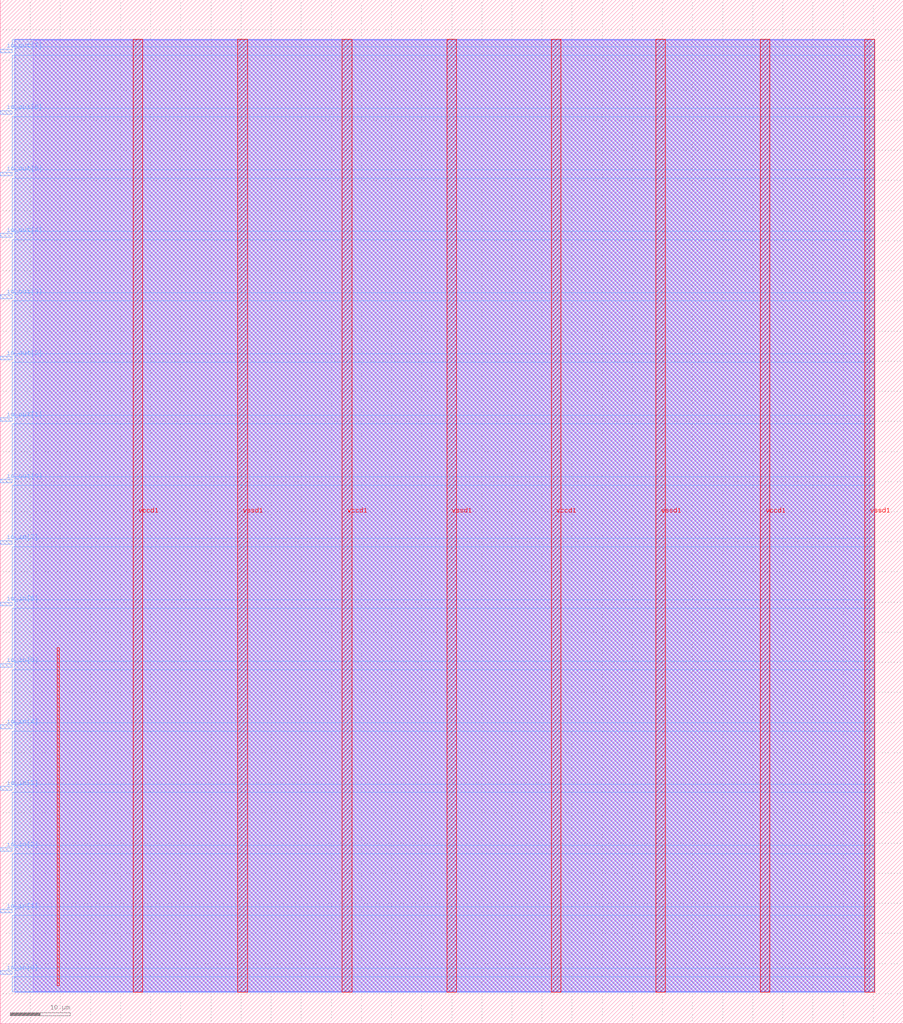
<source format=lef>
VERSION 5.7 ;
  NOWIREEXTENSIONATPIN ON ;
  DIVIDERCHAR "/" ;
  BUSBITCHARS "[]" ;
MACRO rglenn_hex_to_7_seg
  CLASS BLOCK ;
  FOREIGN rglenn_hex_to_7_seg ;
  ORIGIN 0.000 0.000 ;
  SIZE 150.000 BY 170.000 ;
  PIN io_in[0]
    DIRECTION INPUT ;
    USE SIGNAL ;
    PORT
      LAYER met3 ;
        RECT 0.000 8.200 2.000 8.800 ;
    END
  END io_in[0]
  PIN io_in[1]
    DIRECTION INPUT ;
    USE SIGNAL ;
    PORT
      LAYER met3 ;
        RECT 0.000 18.400 2.000 19.000 ;
    END
  END io_in[1]
  PIN io_in[2]
    DIRECTION INPUT ;
    USE SIGNAL ;
    PORT
      LAYER met3 ;
        RECT 0.000 28.600 2.000 29.200 ;
    END
  END io_in[2]
  PIN io_in[3]
    DIRECTION INPUT ;
    USE SIGNAL ;
    PORT
      LAYER met3 ;
        RECT 0.000 38.800 2.000 39.400 ;
    END
  END io_in[3]
  PIN io_in[4]
    DIRECTION INPUT ;
    USE SIGNAL ;
    PORT
      LAYER met3 ;
        RECT 0.000 49.000 2.000 49.600 ;
    END
  END io_in[4]
  PIN io_in[5]
    DIRECTION INPUT ;
    USE SIGNAL ;
    PORT
      LAYER met3 ;
        RECT 0.000 59.200 2.000 59.800 ;
    END
  END io_in[5]
  PIN io_in[6]
    DIRECTION INPUT ;
    USE SIGNAL ;
    PORT
      LAYER met3 ;
        RECT 0.000 69.400 2.000 70.000 ;
    END
  END io_in[6]
  PIN io_in[7]
    DIRECTION INPUT ;
    USE SIGNAL ;
    PORT
      LAYER met3 ;
        RECT 0.000 79.600 2.000 80.200 ;
    END
  END io_in[7]
  PIN io_out[0]
    DIRECTION OUTPUT TRISTATE ;
    USE SIGNAL ;
    PORT
      LAYER met3 ;
        RECT 0.000 89.800 2.000 90.400 ;
    END
  END io_out[0]
  PIN io_out[1]
    DIRECTION OUTPUT TRISTATE ;
    USE SIGNAL ;
    PORT
      LAYER met3 ;
        RECT 0.000 100.000 2.000 100.600 ;
    END
  END io_out[1]
  PIN io_out[2]
    DIRECTION OUTPUT TRISTATE ;
    USE SIGNAL ;
    PORT
      LAYER met3 ;
        RECT 0.000 110.200 2.000 110.800 ;
    END
  END io_out[2]
  PIN io_out[3]
    DIRECTION OUTPUT TRISTATE ;
    USE SIGNAL ;
    PORT
      LAYER met3 ;
        RECT 0.000 120.400 2.000 121.000 ;
    END
  END io_out[3]
  PIN io_out[4]
    DIRECTION OUTPUT TRISTATE ;
    USE SIGNAL ;
    PORT
      LAYER met3 ;
        RECT 0.000 130.600 2.000 131.200 ;
    END
  END io_out[4]
  PIN io_out[5]
    DIRECTION OUTPUT TRISTATE ;
    USE SIGNAL ;
    PORT
      LAYER met3 ;
        RECT 0.000 140.800 2.000 141.400 ;
    END
  END io_out[5]
  PIN io_out[6]
    DIRECTION OUTPUT TRISTATE ;
    USE SIGNAL ;
    PORT
      LAYER met3 ;
        RECT 0.000 151.000 2.000 151.600 ;
    END
  END io_out[6]
  PIN io_out[7]
    DIRECTION OUTPUT TRISTATE ;
    USE SIGNAL ;
    PORT
      LAYER met3 ;
        RECT 0.000 161.200 2.000 161.800 ;
    END
  END io_out[7]
  PIN vccd1
    DIRECTION INOUT ;
    USE POWER ;
    PORT
      LAYER met4 ;
        RECT 22.085 5.200 23.685 163.440 ;
    END
    PORT
      LAYER met4 ;
        RECT 56.815 5.200 58.415 163.440 ;
    END
    PORT
      LAYER met4 ;
        RECT 91.545 5.200 93.145 163.440 ;
    END
    PORT
      LAYER met4 ;
        RECT 126.275 5.200 127.875 163.440 ;
    END
  END vccd1
  PIN vssd1
    DIRECTION INOUT ;
    USE GROUND ;
    PORT
      LAYER met4 ;
        RECT 39.450 5.200 41.050 163.440 ;
    END
    PORT
      LAYER met4 ;
        RECT 74.180 5.200 75.780 163.440 ;
    END
    PORT
      LAYER met4 ;
        RECT 108.910 5.200 110.510 163.440 ;
    END
    PORT
      LAYER met4 ;
        RECT 143.640 5.200 145.240 163.440 ;
    END
  END vssd1
  OBS
      LAYER li1 ;
        RECT 5.520 5.355 144.440 163.285 ;
      LAYER met1 ;
        RECT 2.370 5.200 145.240 163.440 ;
      LAYER met2 ;
        RECT 2.390 5.255 145.210 163.385 ;
      LAYER met3 ;
        RECT 2.000 162.200 145.230 163.365 ;
        RECT 2.400 160.800 145.230 162.200 ;
        RECT 2.000 152.000 145.230 160.800 ;
        RECT 2.400 150.600 145.230 152.000 ;
        RECT 2.000 141.800 145.230 150.600 ;
        RECT 2.400 140.400 145.230 141.800 ;
        RECT 2.000 131.600 145.230 140.400 ;
        RECT 2.400 130.200 145.230 131.600 ;
        RECT 2.000 121.400 145.230 130.200 ;
        RECT 2.400 120.000 145.230 121.400 ;
        RECT 2.000 111.200 145.230 120.000 ;
        RECT 2.400 109.800 145.230 111.200 ;
        RECT 2.000 101.000 145.230 109.800 ;
        RECT 2.400 99.600 145.230 101.000 ;
        RECT 2.000 90.800 145.230 99.600 ;
        RECT 2.400 89.400 145.230 90.800 ;
        RECT 2.000 80.600 145.230 89.400 ;
        RECT 2.400 79.200 145.230 80.600 ;
        RECT 2.000 70.400 145.230 79.200 ;
        RECT 2.400 69.000 145.230 70.400 ;
        RECT 2.000 60.200 145.230 69.000 ;
        RECT 2.400 58.800 145.230 60.200 ;
        RECT 2.000 50.000 145.230 58.800 ;
        RECT 2.400 48.600 145.230 50.000 ;
        RECT 2.000 39.800 145.230 48.600 ;
        RECT 2.400 38.400 145.230 39.800 ;
        RECT 2.000 29.600 145.230 38.400 ;
        RECT 2.400 28.200 145.230 29.600 ;
        RECT 2.000 19.400 145.230 28.200 ;
        RECT 2.400 18.000 145.230 19.400 ;
        RECT 2.000 9.200 145.230 18.000 ;
        RECT 2.400 7.800 145.230 9.200 ;
        RECT 2.000 5.275 145.230 7.800 ;
      LAYER met4 ;
        RECT 9.495 6.295 9.825 62.385 ;
  END
END rglenn_hex_to_7_seg
END LIBRARY


</source>
